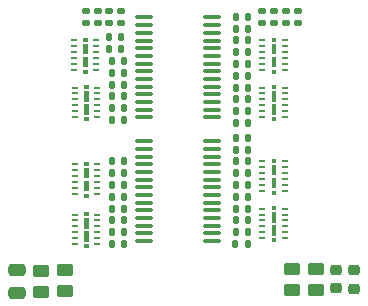
<source format=gbr>
%TF.GenerationSoftware,KiCad,Pcbnew,8.0.3-8.0.3-0~ubuntu22.04.1*%
%TF.CreationDate,2024-07-16T20:39:51+09:00*%
%TF.ProjectId,PCA9685_ver3,50434139-3638-4355-9f76-6572332e6b69,rev?*%
%TF.SameCoordinates,Original*%
%TF.FileFunction,Paste,Top*%
%TF.FilePolarity,Positive*%
%FSLAX46Y46*%
G04 Gerber Fmt 4.6, Leading zero omitted, Abs format (unit mm)*
G04 Created by KiCad (PCBNEW 8.0.3-8.0.3-0~ubuntu22.04.1) date 2024-07-16 20:39:51*
%MOMM*%
%LPD*%
G01*
G04 APERTURE LIST*
G04 Aperture macros list*
%AMRoundRect*
0 Rectangle with rounded corners*
0 $1 Rounding radius*
0 $2 $3 $4 $5 $6 $7 $8 $9 X,Y pos of 4 corners*
0 Add a 4 corners polygon primitive as box body*
4,1,4,$2,$3,$4,$5,$6,$7,$8,$9,$2,$3,0*
0 Add four circle primitives for the rounded corners*
1,1,$1+$1,$2,$3*
1,1,$1+$1,$4,$5*
1,1,$1+$1,$6,$7*
1,1,$1+$1,$8,$9*
0 Add four rect primitives between the rounded corners*
20,1,$1+$1,$2,$3,$4,$5,0*
20,1,$1+$1,$4,$5,$6,$7,0*
20,1,$1+$1,$6,$7,$8,$9,0*
20,1,$1+$1,$8,$9,$2,$3,0*%
G04 Aperture macros list end*
%ADD10C,0.010000*%
%ADD11RoundRect,0.062500X0.187500X0.062500X-0.187500X0.062500X-0.187500X-0.062500X0.187500X-0.062500X0*%
%ADD12RoundRect,0.062500X-0.187500X-0.062500X0.187500X-0.062500X0.187500X0.062500X-0.187500X0.062500X0*%
%ADD13RoundRect,0.135000X0.135000X0.185000X-0.135000X0.185000X-0.135000X-0.185000X0.135000X-0.185000X0*%
%ADD14RoundRect,0.135000X-0.135000X-0.185000X0.135000X-0.185000X0.135000X0.185000X-0.135000X0.185000X0*%
%ADD15RoundRect,0.250000X0.450000X-0.262500X0.450000X0.262500X-0.450000X0.262500X-0.450000X-0.262500X0*%
%ADD16RoundRect,0.135000X0.185000X-0.135000X0.185000X0.135000X-0.185000X0.135000X-0.185000X-0.135000X0*%
%ADD17RoundRect,0.225000X0.250000X-0.225000X0.250000X0.225000X-0.250000X0.225000X-0.250000X-0.225000X0*%
%ADD18RoundRect,0.100000X-0.637500X-0.100000X0.637500X-0.100000X0.637500X0.100000X-0.637500X0.100000X0*%
%ADD19RoundRect,0.250000X-0.475000X0.250000X-0.475000X-0.250000X0.475000X-0.250000X0.475000X0.250000X0*%
G04 APERTURE END LIST*
D10*
%TO.C,U10*%
X155850000Y-72475000D02*
X155550000Y-72475000D01*
X155550000Y-72225000D01*
X155850000Y-72225000D01*
X155850000Y-72475000D01*
G36*
X155850000Y-72475000D02*
G01*
X155550000Y-72475000D01*
X155550000Y-72225000D01*
X155850000Y-72225000D01*
X155850000Y-72475000D01*
G37*
X155850000Y-71950000D02*
X155550000Y-71950000D01*
X155550000Y-71150000D01*
X155850000Y-71150000D01*
X155850000Y-71950000D01*
G36*
X155850000Y-71950000D02*
G01*
X155550000Y-71950000D01*
X155550000Y-71150000D01*
X155850000Y-71150000D01*
X155850000Y-71950000D01*
G37*
X155850000Y-70850000D02*
X155550000Y-70850000D01*
X155550000Y-70050000D01*
X155850000Y-70050000D01*
X155850000Y-70850000D01*
G36*
X155850000Y-70850000D02*
G01*
X155550000Y-70850000D01*
X155550000Y-70050000D01*
X155850000Y-70050000D01*
X155850000Y-70850000D01*
G37*
X155850000Y-69775000D02*
X155550000Y-69775000D01*
X155550000Y-69525000D01*
X155850000Y-69525000D01*
X155850000Y-69775000D01*
G36*
X155850000Y-69775000D02*
G01*
X155550000Y-69775000D01*
X155550000Y-69525000D01*
X155850000Y-69525000D01*
X155850000Y-69775000D01*
G37*
%TO.C,U9*%
X155850000Y-76475000D02*
X155550000Y-76475000D01*
X155550000Y-76225000D01*
X155850000Y-76225000D01*
X155850000Y-76475000D01*
G36*
X155850000Y-76475000D02*
G01*
X155550000Y-76475000D01*
X155550000Y-76225000D01*
X155850000Y-76225000D01*
X155850000Y-76475000D01*
G37*
X155850000Y-75950000D02*
X155550000Y-75950000D01*
X155550000Y-75150000D01*
X155850000Y-75150000D01*
X155850000Y-75950000D01*
G36*
X155850000Y-75950000D02*
G01*
X155550000Y-75950000D01*
X155550000Y-75150000D01*
X155850000Y-75150000D01*
X155850000Y-75950000D01*
G37*
X155850000Y-74850000D02*
X155550000Y-74850000D01*
X155550000Y-74050000D01*
X155850000Y-74050000D01*
X155850000Y-74850000D01*
G36*
X155850000Y-74850000D02*
G01*
X155550000Y-74850000D01*
X155550000Y-74050000D01*
X155850000Y-74050000D01*
X155850000Y-74850000D01*
G37*
X155850000Y-73775000D02*
X155550000Y-73775000D01*
X155550000Y-73525000D01*
X155850000Y-73525000D01*
X155850000Y-73775000D01*
G36*
X155850000Y-73775000D02*
G01*
X155550000Y-73775000D01*
X155550000Y-73525000D01*
X155850000Y-73525000D01*
X155850000Y-73775000D01*
G37*
%TO.C,U6*%
X155850000Y-82725000D02*
X155550000Y-82725000D01*
X155550000Y-82475000D01*
X155850000Y-82475000D01*
X155850000Y-82725000D01*
G36*
X155850000Y-82725000D02*
G01*
X155550000Y-82725000D01*
X155550000Y-82475000D01*
X155850000Y-82475000D01*
X155850000Y-82725000D01*
G37*
X155850000Y-82200000D02*
X155550000Y-82200000D01*
X155550000Y-81400000D01*
X155850000Y-81400000D01*
X155850000Y-82200000D01*
G36*
X155850000Y-82200000D02*
G01*
X155550000Y-82200000D01*
X155550000Y-81400000D01*
X155850000Y-81400000D01*
X155850000Y-82200000D01*
G37*
X155850000Y-81100000D02*
X155550000Y-81100000D01*
X155550000Y-80300000D01*
X155850000Y-80300000D01*
X155850000Y-81100000D01*
G36*
X155850000Y-81100000D02*
G01*
X155550000Y-81100000D01*
X155550000Y-80300000D01*
X155850000Y-80300000D01*
X155850000Y-81100000D01*
G37*
X155850000Y-80025000D02*
X155550000Y-80025000D01*
X155550000Y-79775000D01*
X155850000Y-79775000D01*
X155850000Y-80025000D01*
G36*
X155850000Y-80025000D02*
G01*
X155550000Y-80025000D01*
X155550000Y-79775000D01*
X155850000Y-79775000D01*
X155850000Y-80025000D01*
G37*
%TO.C,U5*%
X155850000Y-86725000D02*
X155550000Y-86725000D01*
X155550000Y-86475000D01*
X155850000Y-86475000D01*
X155850000Y-86725000D01*
G36*
X155850000Y-86725000D02*
G01*
X155550000Y-86725000D01*
X155550000Y-86475000D01*
X155850000Y-86475000D01*
X155850000Y-86725000D01*
G37*
X155850000Y-86200000D02*
X155550000Y-86200000D01*
X155550000Y-85400000D01*
X155850000Y-85400000D01*
X155850000Y-86200000D01*
G36*
X155850000Y-86200000D02*
G01*
X155550000Y-86200000D01*
X155550000Y-85400000D01*
X155850000Y-85400000D01*
X155850000Y-86200000D01*
G37*
X155850000Y-85100000D02*
X155550000Y-85100000D01*
X155550000Y-84300000D01*
X155850000Y-84300000D01*
X155850000Y-85100000D01*
G36*
X155850000Y-85100000D02*
G01*
X155550000Y-85100000D01*
X155550000Y-84300000D01*
X155850000Y-84300000D01*
X155850000Y-85100000D01*
G37*
X155850000Y-84025000D02*
X155550000Y-84025000D01*
X155550000Y-83775000D01*
X155850000Y-83775000D01*
X155850000Y-84025000D01*
G36*
X155850000Y-84025000D02*
G01*
X155550000Y-84025000D01*
X155550000Y-83775000D01*
X155850000Y-83775000D01*
X155850000Y-84025000D01*
G37*
%TO.C,U4*%
X139950000Y-84525000D02*
X139650000Y-84525000D01*
X139650000Y-84275000D01*
X139950000Y-84275000D01*
X139950000Y-84525000D01*
G36*
X139950000Y-84525000D02*
G01*
X139650000Y-84525000D01*
X139650000Y-84275000D01*
X139950000Y-84275000D01*
X139950000Y-84525000D01*
G37*
X139950000Y-85600000D02*
X139650000Y-85600000D01*
X139650000Y-84800000D01*
X139950000Y-84800000D01*
X139950000Y-85600000D01*
G36*
X139950000Y-85600000D02*
G01*
X139650000Y-85600000D01*
X139650000Y-84800000D01*
X139950000Y-84800000D01*
X139950000Y-85600000D01*
G37*
X139950000Y-86700000D02*
X139650000Y-86700000D01*
X139650000Y-85900000D01*
X139950000Y-85900000D01*
X139950000Y-86700000D01*
G36*
X139950000Y-86700000D02*
G01*
X139650000Y-86700000D01*
X139650000Y-85900000D01*
X139950000Y-85900000D01*
X139950000Y-86700000D01*
G37*
X139950000Y-87225000D02*
X139650000Y-87225000D01*
X139650000Y-86975000D01*
X139950000Y-86975000D01*
X139950000Y-87225000D01*
G36*
X139950000Y-87225000D02*
G01*
X139650000Y-87225000D01*
X139650000Y-86975000D01*
X139950000Y-86975000D01*
X139950000Y-87225000D01*
G37*
%TO.C,U3*%
X139950000Y-80275000D02*
X139650000Y-80275000D01*
X139650000Y-80025000D01*
X139950000Y-80025000D01*
X139950000Y-80275000D01*
G36*
X139950000Y-80275000D02*
G01*
X139650000Y-80275000D01*
X139650000Y-80025000D01*
X139950000Y-80025000D01*
X139950000Y-80275000D01*
G37*
X139950000Y-81350000D02*
X139650000Y-81350000D01*
X139650000Y-80550000D01*
X139950000Y-80550000D01*
X139950000Y-81350000D01*
G36*
X139950000Y-81350000D02*
G01*
X139650000Y-81350000D01*
X139650000Y-80550000D01*
X139950000Y-80550000D01*
X139950000Y-81350000D01*
G37*
X139950000Y-82450000D02*
X139650000Y-82450000D01*
X139650000Y-81650000D01*
X139950000Y-81650000D01*
X139950000Y-82450000D01*
G36*
X139950000Y-82450000D02*
G01*
X139650000Y-82450000D01*
X139650000Y-81650000D01*
X139950000Y-81650000D01*
X139950000Y-82450000D01*
G37*
X139950000Y-82975000D02*
X139650000Y-82975000D01*
X139650000Y-82725000D01*
X139950000Y-82725000D01*
X139950000Y-82975000D01*
G36*
X139950000Y-82975000D02*
G01*
X139650000Y-82975000D01*
X139650000Y-82725000D01*
X139950000Y-82725000D01*
X139950000Y-82975000D01*
G37*
%TO.C,U8*%
X139950000Y-73775000D02*
X139650000Y-73775000D01*
X139650000Y-73525000D01*
X139950000Y-73525000D01*
X139950000Y-73775000D01*
G36*
X139950000Y-73775000D02*
G01*
X139650000Y-73775000D01*
X139650000Y-73525000D01*
X139950000Y-73525000D01*
X139950000Y-73775000D01*
G37*
X139950000Y-74850000D02*
X139650000Y-74850000D01*
X139650000Y-74050000D01*
X139950000Y-74050000D01*
X139950000Y-74850000D01*
G36*
X139950000Y-74850000D02*
G01*
X139650000Y-74850000D01*
X139650000Y-74050000D01*
X139950000Y-74050000D01*
X139950000Y-74850000D01*
G37*
X139950000Y-75950000D02*
X139650000Y-75950000D01*
X139650000Y-75150000D01*
X139950000Y-75150000D01*
X139950000Y-75950000D01*
G36*
X139950000Y-75950000D02*
G01*
X139650000Y-75950000D01*
X139650000Y-75150000D01*
X139950000Y-75150000D01*
X139950000Y-75950000D01*
G37*
X139950000Y-76475000D02*
X139650000Y-76475000D01*
X139650000Y-76225000D01*
X139950000Y-76225000D01*
X139950000Y-76475000D01*
G36*
X139950000Y-76475000D02*
G01*
X139650000Y-76475000D01*
X139650000Y-76225000D01*
X139950000Y-76225000D01*
X139950000Y-76475000D01*
G37*
%TO.C,U7*%
X139900000Y-69775000D02*
X139600000Y-69775000D01*
X139600000Y-69525000D01*
X139900000Y-69525000D01*
X139900000Y-69775000D01*
G36*
X139900000Y-69775000D02*
G01*
X139600000Y-69775000D01*
X139600000Y-69525000D01*
X139900000Y-69525000D01*
X139900000Y-69775000D01*
G37*
X139900000Y-70850000D02*
X139600000Y-70850000D01*
X139600000Y-70050000D01*
X139900000Y-70050000D01*
X139900000Y-70850000D01*
G36*
X139900000Y-70850000D02*
G01*
X139600000Y-70850000D01*
X139600000Y-70050000D01*
X139900000Y-70050000D01*
X139900000Y-70850000D01*
G37*
X139900000Y-71950000D02*
X139600000Y-71950000D01*
X139600000Y-71150000D01*
X139900000Y-71150000D01*
X139900000Y-71950000D01*
G36*
X139900000Y-71950000D02*
G01*
X139600000Y-71950000D01*
X139600000Y-71150000D01*
X139900000Y-71150000D01*
X139900000Y-71950000D01*
G37*
X139900000Y-72475000D02*
X139600000Y-72475000D01*
X139600000Y-72225000D01*
X139900000Y-72225000D01*
X139900000Y-72475000D01*
G36*
X139900000Y-72475000D02*
G01*
X139600000Y-72475000D01*
X139600000Y-72225000D01*
X139900000Y-72225000D01*
X139900000Y-72475000D01*
G37*
%TD*%
D11*
%TO.C,U10*%
X156625000Y-72250000D03*
X156625000Y-71750000D03*
X156625000Y-71250000D03*
X156625000Y-70750000D03*
X156625000Y-70250000D03*
X156625000Y-69750000D03*
X154750000Y-69750000D03*
X154750000Y-70250000D03*
X154750000Y-70750000D03*
X154750000Y-71250000D03*
X154750000Y-71750000D03*
X154750000Y-72245000D03*
%TD*%
%TO.C,U9*%
X156625000Y-76250000D03*
X156625000Y-75750000D03*
X156625000Y-75250000D03*
X156625000Y-74750000D03*
X156625000Y-74250000D03*
X156625000Y-73750000D03*
X154750000Y-73750000D03*
X154750000Y-74250000D03*
X154750000Y-74750000D03*
X154750000Y-75250000D03*
X154750000Y-75750000D03*
X154750000Y-76245000D03*
%TD*%
%TO.C,U6*%
X156625000Y-82500000D03*
X156625000Y-82000000D03*
X156625000Y-81500000D03*
X156625000Y-81000000D03*
X156625000Y-80500000D03*
X156625000Y-80000000D03*
X154750000Y-80000000D03*
X154750000Y-80500000D03*
X154750000Y-81000000D03*
X154750000Y-81500000D03*
X154750000Y-82000000D03*
X154750000Y-82495000D03*
%TD*%
%TO.C,U5*%
X156625000Y-86500000D03*
X156625000Y-86000000D03*
X156625000Y-85500000D03*
X156625000Y-85000000D03*
X156625000Y-84500000D03*
X156625000Y-84000000D03*
X154750000Y-84000000D03*
X154750000Y-84500000D03*
X154750000Y-85000000D03*
X154750000Y-85500000D03*
X154750000Y-86000000D03*
X154750000Y-86495000D03*
%TD*%
D12*
%TO.C,U4*%
X138875000Y-84500000D03*
X138875000Y-85000000D03*
X138875000Y-85500000D03*
X138875000Y-86000000D03*
X138875000Y-86500000D03*
X138875000Y-87000000D03*
X140750000Y-87000000D03*
X140750000Y-86500000D03*
X140750000Y-86000000D03*
X140750000Y-85500000D03*
X140750000Y-85000000D03*
X140750000Y-84505000D03*
%TD*%
%TO.C,U3*%
X138875000Y-80250000D03*
X138875000Y-80750000D03*
X138875000Y-81250000D03*
X138875000Y-81750000D03*
X138875000Y-82250000D03*
X138875000Y-82750000D03*
X140750000Y-82750000D03*
X140750000Y-82250000D03*
X140750000Y-81750000D03*
X140750000Y-81250000D03*
X140750000Y-80750000D03*
X140750000Y-80255000D03*
%TD*%
%TO.C,U8*%
X138875000Y-73750000D03*
X138875000Y-74250000D03*
X138875000Y-74750000D03*
X138875000Y-75250000D03*
X138875000Y-75750000D03*
X138875000Y-76250000D03*
X140750000Y-76250000D03*
X140750000Y-75750000D03*
X140750000Y-75250000D03*
X140750000Y-74750000D03*
X140750000Y-74250000D03*
X140750000Y-73755000D03*
%TD*%
%TO.C,U7*%
X138825000Y-69750000D03*
X138825000Y-70250000D03*
X138825000Y-70750000D03*
X138825000Y-71250000D03*
X138825000Y-71750000D03*
X138825000Y-72250000D03*
X140700000Y-72250000D03*
X140700000Y-71750000D03*
X140700000Y-71250000D03*
X140700000Y-70750000D03*
X140700000Y-70250000D03*
X140700000Y-69755000D03*
%TD*%
D13*
%TO.C,R6*%
X143000000Y-83000000D03*
X141980000Y-83000000D03*
%TD*%
D14*
%TO.C,R1*%
X152490000Y-79000000D03*
X153510000Y-79000000D03*
%TD*%
D15*
%TO.C,R25*%
X157250000Y-90912500D03*
X157250000Y-89087500D03*
%TD*%
D14*
%TO.C,R12*%
X152490000Y-86000000D03*
X153510000Y-86000000D03*
%TD*%
%TO.C,R13*%
X152490000Y-85000000D03*
X153510000Y-85000000D03*
%TD*%
D13*
%TO.C,R33*%
X143010000Y-71500000D03*
X141990000Y-71500000D03*
%TD*%
D16*
%TO.C,R49*%
X156750000Y-68260000D03*
X156750000Y-67240000D03*
%TD*%
D13*
%TO.C,R10*%
X143000000Y-87000000D03*
X141980000Y-87000000D03*
%TD*%
D14*
%TO.C,R42*%
X152500000Y-73750000D03*
X153520000Y-73750000D03*
%TD*%
D17*
%TO.C,C1*%
X161000000Y-90750000D03*
X161000000Y-89200000D03*
%TD*%
D18*
%TO.C,U1*%
X144737500Y-78300000D03*
X144737500Y-78950000D03*
X144737500Y-79600000D03*
X144737500Y-80250000D03*
X144737500Y-80900000D03*
X144737500Y-81550000D03*
X144737500Y-82200000D03*
X144737500Y-82850000D03*
X144737500Y-83500000D03*
X144737500Y-84150000D03*
X144737500Y-84800000D03*
X144737500Y-85450000D03*
X144737500Y-86100000D03*
X144737500Y-86750000D03*
X150462500Y-86750000D03*
X150462500Y-86100000D03*
X150462500Y-85450000D03*
X150462500Y-84800000D03*
X150462500Y-84150000D03*
X150462500Y-83500000D03*
X150462500Y-82850000D03*
X150462500Y-82200000D03*
X150462500Y-81550000D03*
X150462500Y-80900000D03*
X150462500Y-80250000D03*
X150462500Y-79600000D03*
X150462500Y-78950000D03*
X150462500Y-78300000D03*
%TD*%
D14*
%TO.C,R41*%
X152500000Y-74750000D03*
X153520000Y-74750000D03*
%TD*%
D15*
%TO.C,R27*%
X136000000Y-91087500D03*
X136000000Y-89262500D03*
%TD*%
D13*
%TO.C,R3*%
X143000000Y-80000000D03*
X141980000Y-80000000D03*
%TD*%
%TO.C,R38*%
X143010000Y-76500000D03*
X141990000Y-76500000D03*
%TD*%
D14*
%TO.C,R17*%
X152490000Y-81000000D03*
X153510000Y-81000000D03*
%TD*%
D13*
%TO.C,R4*%
X143000000Y-81000000D03*
X141980000Y-81000000D03*
%TD*%
D14*
%TO.C,R16*%
X152490000Y-81990000D03*
X153510000Y-81990000D03*
%TD*%
D16*
%TO.C,R47*%
X154750000Y-68250000D03*
X154750000Y-67230000D03*
%TD*%
%TO.C,R50*%
X157750000Y-68260000D03*
X157750000Y-67240000D03*
%TD*%
D14*
%TO.C,R11*%
X152470000Y-87000000D03*
X153490000Y-87000000D03*
%TD*%
%TO.C,R18*%
X152490000Y-80000000D03*
X153510000Y-80000000D03*
%TD*%
D17*
%TO.C,C3*%
X162500000Y-90775000D03*
X162500000Y-89225000D03*
%TD*%
D16*
%TO.C,R48*%
X155750000Y-68260000D03*
X155750000Y-67240000D03*
%TD*%
D18*
%TO.C,U2*%
X144737500Y-67815000D03*
X144737500Y-68465000D03*
X144737500Y-69115000D03*
X144737500Y-69765000D03*
X144737500Y-70415000D03*
X144737500Y-71065000D03*
X144737500Y-71715000D03*
X144737500Y-72365000D03*
X144737500Y-73015000D03*
X144737500Y-73665000D03*
X144737500Y-74315000D03*
X144737500Y-74965000D03*
X144737500Y-75615000D03*
X144737500Y-76265000D03*
X150462500Y-76265000D03*
X150462500Y-75615000D03*
X150462500Y-74965000D03*
X150462500Y-74315000D03*
X150462500Y-73665000D03*
X150462500Y-73015000D03*
X150462500Y-72365000D03*
X150462500Y-71715000D03*
X150462500Y-71065000D03*
X150462500Y-70415000D03*
X150462500Y-69765000D03*
X150462500Y-69115000D03*
X150462500Y-68465000D03*
X150462500Y-67815000D03*
%TD*%
D15*
%TO.C,R28*%
X138000000Y-91000000D03*
X138000000Y-89175000D03*
%TD*%
%TO.C,R26*%
X159250000Y-90912500D03*
X159250000Y-89087500D03*
%TD*%
D13*
%TO.C,R35*%
X143010000Y-73500000D03*
X141990000Y-73500000D03*
%TD*%
%TO.C,R34*%
X143010000Y-72500000D03*
X141990000Y-72500000D03*
%TD*%
D14*
%TO.C,R43*%
X152490000Y-72750000D03*
X153510000Y-72750000D03*
%TD*%
D13*
%TO.C,R31*%
X142760000Y-69500000D03*
X141740000Y-69500000D03*
%TD*%
%TO.C,R8*%
X143000000Y-85000000D03*
X141980000Y-85000000D03*
%TD*%
%TO.C,R36*%
X143000000Y-74500000D03*
X141980000Y-74500000D03*
%TD*%
%TO.C,R32*%
X142750000Y-70500000D03*
X141730000Y-70500000D03*
%TD*%
D14*
%TO.C,R40*%
X152500000Y-75740000D03*
X153520000Y-75740000D03*
%TD*%
D16*
%TO.C,R20*%
X141800000Y-68260000D03*
X141800000Y-67240000D03*
%TD*%
D14*
%TO.C,R29*%
X152480000Y-68750000D03*
X153500000Y-68750000D03*
%TD*%
D13*
%TO.C,R37*%
X143000000Y-75470000D03*
X141980000Y-75470000D03*
%TD*%
%TO.C,R7*%
X143000000Y-84000000D03*
X141980000Y-84000000D03*
%TD*%
D14*
%TO.C,R30*%
X152480000Y-67750000D03*
X153500000Y-67750000D03*
%TD*%
%TO.C,R39*%
X152490000Y-76750000D03*
X153510000Y-76750000D03*
%TD*%
%TO.C,R44*%
X152490000Y-71750000D03*
X153510000Y-71750000D03*
%TD*%
%TO.C,R2*%
X152490000Y-78000000D03*
X153510000Y-78000000D03*
%TD*%
%TO.C,R45*%
X152480000Y-70750000D03*
X153500000Y-70750000D03*
%TD*%
%TO.C,R15*%
X152480000Y-83000000D03*
X153500000Y-83000000D03*
%TD*%
%TO.C,R46*%
X152490000Y-69750000D03*
X153510000Y-69750000D03*
%TD*%
D16*
%TO.C,R22*%
X139810000Y-68260000D03*
X139810000Y-67240000D03*
%TD*%
%TO.C,R19*%
X142800000Y-68260000D03*
X142800000Y-67240000D03*
%TD*%
D13*
%TO.C,R5*%
X143000000Y-82000000D03*
X141980000Y-82000000D03*
%TD*%
D14*
%TO.C,R14*%
X152490000Y-84000000D03*
X153510000Y-84000000D03*
%TD*%
D16*
%TO.C,R21*%
X140810000Y-68260000D03*
X140810000Y-67240000D03*
%TD*%
D13*
%TO.C,R9*%
X143000000Y-86000000D03*
X141980000Y-86000000D03*
%TD*%
D19*
%TO.C,C2*%
X134000000Y-89225000D03*
X134000000Y-91125000D03*
%TD*%
M02*

</source>
